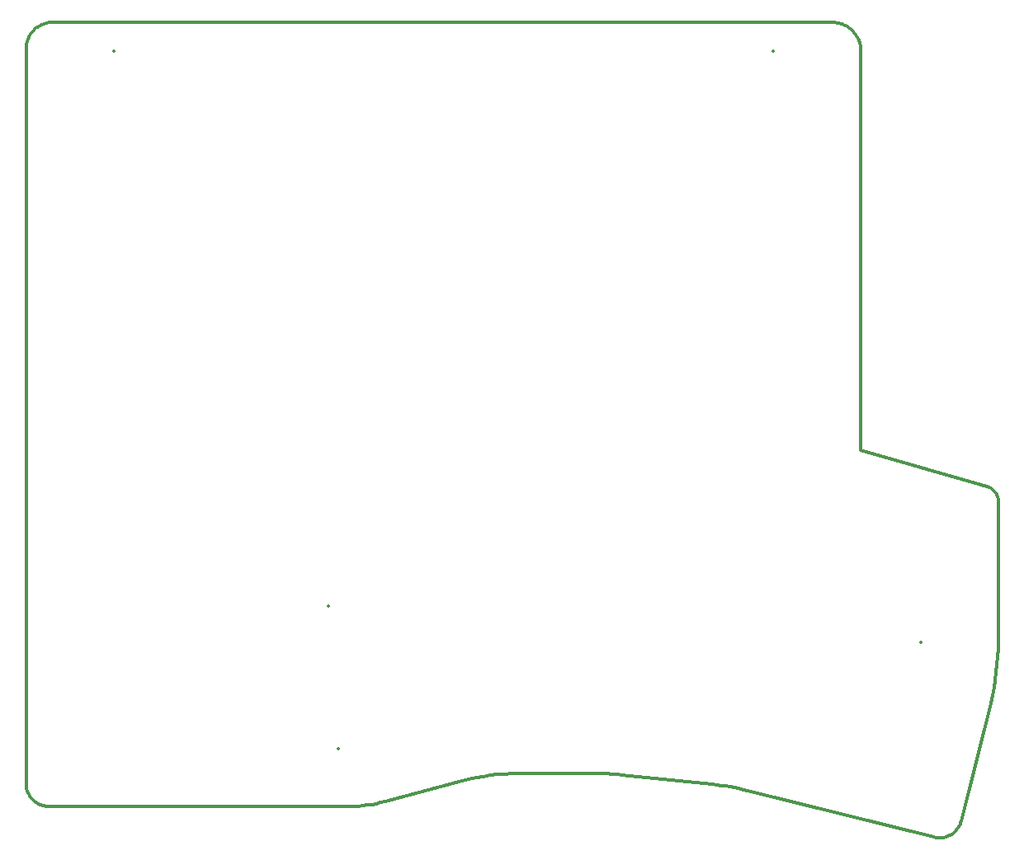
<source format=gbl>
%TF.GenerationSoftware,KiCad,Pcbnew,(6.0.6)*%
%TF.CreationDate,2022-09-17T23:42:14+09:00*%
%TF.ProjectId,split-mini_bottom,73706c69-742d-46d6-996e-695f626f7474,rev?*%
%TF.SameCoordinates,Original*%
%TF.FileFunction,Copper,L2,Bot*%
%TF.FilePolarity,Positive*%
%FSLAX46Y46*%
G04 Gerber Fmt 4.6, Leading zero omitted, Abs format (unit mm)*
G04 Created by KiCad (PCBNEW (6.0.6)) date 2022-09-17 23:42:14*
%MOMM*%
%LPD*%
G01*
G04 APERTURE LIST*
%TA.AperFunction,Profile*%
%ADD10C,0.349999*%
%TD*%
%ADD11C,0.350000*%
G04 APERTURE END LIST*
D10*
X120734058Y-85321050D02*
X120746346Y-84517181D01*
X94563467Y-99773630D02*
X95006416Y-99879974D01*
X21067121Y-99747413D02*
X21097288Y-99856121D01*
X95006416Y-99879974D02*
X95006416Y-99879974D01*
X106613959Y-23464589D02*
X106588365Y-23321274D01*
X21022792Y-99525582D02*
X21042263Y-99637170D01*
X21450528Y-100558221D02*
X21520346Y-100647842D01*
X23314208Y-21027240D02*
X23182826Y-21050152D01*
X120663178Y-69673555D02*
X120617953Y-69555976D01*
X120429619Y-69232038D02*
X120350533Y-69135311D01*
X116257734Y-104147387D02*
X116337281Y-104072331D01*
X65730083Y-98890289D02*
X65730083Y-98890289D01*
X104737877Y-21174101D02*
X104602654Y-21128344D01*
X120306060Y-89309528D02*
X120440307Y-88517806D01*
X106647491Y-64950611D02*
X106647491Y-23907794D01*
X114417834Y-104707695D02*
X114531519Y-104721167D01*
X22319756Y-101272024D02*
X22422725Y-101317646D01*
X21325017Y-100370023D02*
X21385392Y-100465551D01*
X116831755Y-103339065D02*
X116873233Y-103232363D01*
X114869318Y-104727193D02*
X114980256Y-104718084D01*
X116678483Y-103640152D02*
X116734207Y-103543064D01*
X21793434Y-21793513D02*
X21700478Y-21891184D01*
X106069327Y-22166530D02*
X105982931Y-22056589D01*
X105588428Y-21662081D02*
X105478488Y-21575683D01*
X104870037Y-21226211D02*
X104737877Y-21174101D01*
X79268402Y-98118347D02*
X79619825Y-98120645D01*
X119962618Y-68817891D02*
X119849615Y-68758387D01*
X120725055Y-69920137D02*
X120699003Y-69795107D01*
X21042263Y-99637170D02*
X21067121Y-99747413D01*
X120699003Y-69795107D02*
X120663178Y-69673555D01*
X81724553Y-98230937D02*
X82074291Y-98265381D01*
X119606995Y-68666672D02*
X106647491Y-64950611D01*
X21218860Y-100171147D02*
X21269480Y-100271825D01*
X21049932Y-23182830D02*
X21027007Y-23314210D01*
X23078052Y-101482078D02*
X23191759Y-101490535D01*
X20997490Y-99184639D02*
X21000327Y-99299127D01*
X115907617Y-104406218D02*
X115999590Y-104347927D01*
X105694026Y-21753553D02*
X105588428Y-21662081D01*
X105891460Y-21950990D02*
X105795097Y-21849917D01*
X23306244Y-101493370D02*
X54168747Y-101493347D01*
X23715622Y-20997488D02*
X23715622Y-20997488D01*
X21992830Y-21612950D02*
X21891115Y-21700567D01*
X57823814Y-101011581D02*
X57823814Y-101011581D01*
X120746346Y-84517181D02*
X120746346Y-70178646D01*
X120563702Y-69442866D02*
X120500800Y-69334721D01*
X120744992Y-70113118D02*
X120740961Y-70048149D01*
X21114721Y-22925043D02*
X21079201Y-23053033D01*
X21000556Y-23580829D02*
X20997215Y-23715622D01*
X93224898Y-99501293D02*
X93672605Y-99584271D01*
X115411094Y-104628832D02*
X115514710Y-104593834D01*
X116618357Y-103733828D02*
X116678483Y-103640152D01*
X55553294Y-101425245D02*
X56012088Y-101372398D01*
X21932681Y-101040365D02*
X22025351Y-101105499D01*
X79971141Y-98127542D02*
X80322305Y-98139037D01*
X94118828Y-99675056D02*
X94563467Y-99773630D01*
X119965073Y-90880112D02*
X120147626Y-90097149D01*
X21520346Y-100647842D02*
X21594767Y-100734227D01*
X21843058Y-100970549D02*
X21932681Y-101040365D01*
X116413290Y-103993343D02*
X116485588Y-103910527D01*
X114980256Y-104718084D02*
X115090076Y-104703590D01*
X92325451Y-99358830D02*
X92775813Y-99426140D01*
X119790967Y-68731954D02*
X119730949Y-68707815D01*
X22207471Y-21454070D02*
X22098356Y-21530754D01*
X103737228Y-20997492D02*
X23715622Y-20997488D01*
X116088715Y-104285289D02*
X116174821Y-104218407D01*
X105982931Y-22056589D02*
X105891460Y-21950990D01*
X104034787Y-21012522D02*
X103886991Y-21001281D01*
X116337281Y-104072331D02*
X116413290Y-103993343D01*
X22634779Y-101393589D02*
X22743485Y-101423753D01*
X23182826Y-21050152D02*
X23053027Y-21079407D01*
X21156400Y-22799082D02*
X21114721Y-22925043D01*
X21700478Y-21891184D02*
X21612850Y-21992890D01*
X105364387Y-21494542D02*
X105246308Y-21418842D01*
X22435573Y-21317612D02*
X22319950Y-21382992D01*
X69367896Y-98227495D02*
X70105548Y-98166918D01*
X22925033Y-21114915D02*
X22799069Y-21156581D01*
X103737228Y-20997492D02*
X103737228Y-20997492D01*
X115812969Y-104460058D02*
X115907617Y-104406218D01*
X54631255Y-101485768D02*
X55092893Y-101463051D01*
X82074291Y-98265381D02*
X91421310Y-99247810D01*
X104464550Y-21089126D02*
X104323750Y-21056627D01*
X21010518Y-23446950D02*
X21000556Y-23580829D01*
X104180434Y-21031031D02*
X104034787Y-21012522D01*
X119606995Y-68666672D02*
X119606995Y-68666672D01*
X22098356Y-21530754D02*
X21992830Y-21612950D01*
X115514710Y-104593834D02*
X115616343Y-104553970D01*
X21453948Y-22207514D02*
X21382859Y-22319987D01*
X106418789Y-22774986D02*
X106360509Y-22646071D01*
X106470898Y-22907146D02*
X106418789Y-22774986D01*
X80322305Y-98139037D02*
X80673272Y-98155126D01*
X21673714Y-100817184D02*
X21673714Y-100817184D01*
X106643705Y-23758032D02*
X106632466Y-23610236D01*
X55092893Y-101463051D02*
X55553294Y-101425245D01*
X80673272Y-98155126D02*
X81023999Y-98175807D01*
X105246308Y-21418842D02*
X105124435Y-21348765D01*
X106647491Y-64950611D02*
X106647491Y-64950611D01*
X57823814Y-101011581D02*
X65730083Y-98890289D01*
X56468906Y-101304560D02*
X56923379Y-101221779D01*
X79268402Y-98118347D02*
X79268402Y-98118347D01*
X106296240Y-22520586D02*
X106226164Y-22398712D01*
X70105548Y-98166918D02*
X70845185Y-98130517D01*
X116940735Y-103010071D02*
X116940735Y-103010071D01*
X54168747Y-101493347D02*
X54168747Y-101493347D01*
X119730949Y-68707815D02*
X119669610Y-68686034D01*
X106647491Y-23907794D02*
X106643705Y-23758032D01*
X21204145Y-22675373D02*
X21156400Y-22799082D01*
X116554001Y-103823988D02*
X116618357Y-103733828D01*
X56012088Y-101372398D02*
X56468906Y-101304560D01*
X57375138Y-101124103D02*
X57823814Y-101011581D01*
X120746346Y-70178646D02*
X120744992Y-70113118D01*
X67900910Y-98420864D02*
X68632820Y-98312169D01*
X21000327Y-99299127D02*
X21008788Y-99412838D01*
X23053027Y-21079407D02*
X22925033Y-21114915D01*
X91421310Y-99247810D02*
X91873916Y-99299381D01*
X71586216Y-98118370D02*
X71586216Y-98118370D01*
X21382859Y-22319987D02*
X21317467Y-22435603D01*
X20997490Y-99184639D02*
X20997490Y-99184639D01*
X21673714Y-100817184D02*
X21756673Y-100896129D01*
X114189873Y-104662933D02*
X114189873Y-104662933D01*
X21612850Y-21992890D02*
X21530643Y-22098408D01*
X23191759Y-101490535D02*
X23306244Y-101493370D01*
X82074291Y-98265381D02*
X82074291Y-98265381D01*
X115090076Y-104703590D02*
X115198604Y-104683814D01*
X21891115Y-21700567D02*
X21793434Y-21793513D01*
X106632466Y-23610236D02*
X106613959Y-23464589D01*
X92775813Y-99426140D02*
X93224898Y-99501293D01*
X120697243Y-86123603D02*
X120734058Y-85321050D01*
X22965311Y-101468076D02*
X23078052Y-101482078D01*
X114757434Y-104730812D02*
X114869318Y-104727193D01*
X21756673Y-100896129D02*
X21843058Y-100970549D01*
X116940735Y-103010071D02*
X119965073Y-90880112D01*
X120734300Y-69983801D02*
X120725055Y-69920137D01*
X119669610Y-68686034D02*
X119606995Y-68666672D01*
X23580829Y-21000816D02*
X23446950Y-21010763D01*
X115999590Y-104347927D02*
X116088715Y-104285289D01*
X106226164Y-22398712D02*
X106150466Y-22280632D01*
X81374440Y-98201078D02*
X81724553Y-98230937D01*
X104998950Y-21284494D02*
X104870037Y-21226211D01*
X22120879Y-101165872D02*
X22219077Y-101221407D01*
X116485588Y-103910527D02*
X116554001Y-103823988D01*
X21079201Y-23053033D02*
X21049932Y-23182830D01*
X23446950Y-21010763D02*
X23314208Y-21027240D01*
X116909617Y-103122663D02*
X116940735Y-103010071D01*
X22554116Y-21258022D02*
X22435573Y-21317612D01*
X120147626Y-90097149D02*
X120306060Y-89309528D01*
X21530643Y-22098408D02*
X21453948Y-22207514D01*
X106588365Y-23321274D02*
X106555869Y-23180473D01*
X120635967Y-86924286D02*
X120697243Y-86123603D01*
X116873233Y-103232363D02*
X116909617Y-103122663D01*
X68632820Y-98312169D02*
X69367896Y-98227495D01*
X22743485Y-101423753D02*
X22853726Y-101448609D01*
X120440307Y-88517806D02*
X120550299Y-87722539D01*
X22527796Y-101358194D02*
X22634779Y-101393589D01*
X21132686Y-99963106D02*
X21173236Y-100068177D01*
X22025351Y-101105499D02*
X22120879Y-101165872D01*
X95006416Y-99879974D02*
X114189873Y-104662933D01*
X21385392Y-100465551D02*
X21450528Y-100558221D01*
X21008788Y-99412838D02*
X21022792Y-99525582D01*
X115198604Y-104683814D02*
X115305668Y-104658860D01*
X67172756Y-98553501D02*
X67900910Y-98420864D01*
X106150466Y-22280632D02*
X106069327Y-22166530D01*
X21097288Y-99856121D02*
X21132686Y-99963106D01*
X120500800Y-69334721D02*
X120429619Y-69232038D01*
X21027007Y-23314210D02*
X21010518Y-23446950D01*
X116174821Y-104218407D02*
X116257734Y-104147387D01*
X120263917Y-69045037D02*
X120170143Y-68961712D01*
X70845185Y-98130517D02*
X71586216Y-98118370D01*
X91421310Y-99247810D02*
X91421310Y-99247810D01*
X22675355Y-21204314D02*
X22554116Y-21258022D01*
X21257865Y-22554139D02*
X21204145Y-22675373D01*
X22422725Y-101317646D02*
X22527796Y-101358194D01*
X114644776Y-104728838D02*
X114757434Y-104730812D01*
X116734207Y-103543064D02*
X116785355Y-103442667D01*
X120350533Y-69135311D02*
X120263917Y-69045037D01*
X120550299Y-87722539D02*
X120635967Y-86924286D01*
X21594767Y-100734227D02*
X21673714Y-100817184D01*
X106360509Y-22646071D02*
X106296240Y-22520586D01*
X79619825Y-98120645D02*
X79971141Y-98127542D01*
X115715821Y-104509343D02*
X115812969Y-104460058D01*
X120746346Y-70178646D02*
X120746346Y-70178646D01*
X20997215Y-23715622D02*
X20997215Y-23715622D01*
X104323750Y-21056627D02*
X104180434Y-21031031D01*
X71586216Y-98118370D02*
X79268402Y-98118347D01*
X105795097Y-21849917D02*
X105694026Y-21753553D01*
X119849615Y-68758387D02*
X119790967Y-68731954D01*
X54168747Y-101493347D02*
X54631255Y-101485768D01*
X116785355Y-103442667D02*
X116831755Y-103339065D01*
X120170143Y-68961712D02*
X120069586Y-68885831D01*
X66448951Y-98710002D02*
X67172756Y-98553501D01*
X104602654Y-21128344D02*
X104464550Y-21089126D01*
X114189873Y-104662933D02*
X114303894Y-104688319D01*
X22799069Y-21156581D02*
X22675355Y-21204314D01*
X120746346Y-84517181D02*
X120746346Y-84517181D01*
X120617953Y-69555976D02*
X120563702Y-69442866D01*
X114303894Y-104688319D02*
X114417834Y-104707695D01*
X106555869Y-23180473D02*
X106516652Y-23042369D01*
X65730083Y-98890289D02*
X66448951Y-98710002D01*
X81023999Y-98175807D02*
X81374440Y-98201078D01*
X21173236Y-100068177D02*
X21218860Y-100171147D01*
X115616343Y-104553970D02*
X115715821Y-104509343D01*
X106516652Y-23042369D02*
X106470898Y-22907146D01*
X23715622Y-20997488D02*
X23580829Y-21000816D01*
X120740961Y-70048149D02*
X120734300Y-69983801D01*
X22219077Y-101221407D02*
X22319756Y-101272024D01*
X56923379Y-101221779D02*
X57375138Y-101124103D01*
X103886991Y-21001281D02*
X103737228Y-20997492D01*
X22853726Y-101448609D02*
X22965311Y-101468076D01*
X105478488Y-21575683D02*
X105364387Y-21494542D01*
X119965073Y-90880112D02*
X119965073Y-90880112D01*
X105124435Y-21348765D02*
X104998950Y-21284494D01*
X21793434Y-21793513D02*
X21793434Y-21793513D01*
X93672605Y-99584271D02*
X94118828Y-99675056D01*
X21317467Y-22435603D02*
X21257865Y-22554139D01*
X20997215Y-23715622D02*
X20997490Y-99184639D01*
X23306244Y-101493370D02*
X23306244Y-101493370D01*
X22319950Y-21382992D02*
X22207471Y-21454070D01*
X91873916Y-99299381D02*
X92325451Y-99358830D01*
X120069586Y-68885831D02*
X119962618Y-68817891D01*
X21269480Y-100271825D02*
X21325017Y-100370023D01*
X115305668Y-104658860D02*
X115411094Y-104628832D01*
X114531519Y-104721167D02*
X114644776Y-104728838D01*
D11*
X52020000Y-80950000D03*
X112800000Y-84690000D03*
X53040000Y-95600000D03*
X97680000Y-23950000D03*
X30040000Y-23950000D03*
M02*

</source>
